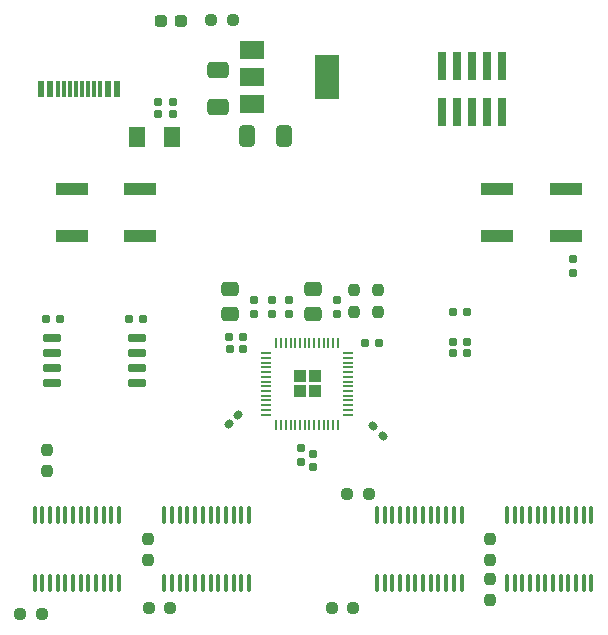
<source format=gtp>
G04 #@! TF.GenerationSoftware,KiCad,Pcbnew,6.0.11+dfsg-1~bpo11+1*
G04 #@! TF.CreationDate,2023-04-01T23:07:15-07:00*
G04 #@! TF.ProjectId,gbpunk,67627075-6e6b-42e6-9b69-6361645f7063,v4.0*
G04 #@! TF.SameCoordinates,Original*
G04 #@! TF.FileFunction,Paste,Top*
G04 #@! TF.FilePolarity,Positive*
%FSLAX46Y46*%
G04 Gerber Fmt 4.6, Leading zero omitted, Abs format (unit mm)*
G04 Created by KiCad (PCBNEW 6.0.11+dfsg-1~bpo11+1) date 2023-04-01 23:07:15*
%MOMM*%
%LPD*%
G01*
G04 APERTURE LIST*
G04 Aperture macros list*
%AMRoundRect*
0 Rectangle with rounded corners*
0 $1 Rounding radius*
0 $2 $3 $4 $5 $6 $7 $8 $9 X,Y pos of 4 corners*
0 Add a 4 corners polygon primitive as box body*
4,1,4,$2,$3,$4,$5,$6,$7,$8,$9,$2,$3,0*
0 Add four circle primitives for the rounded corners*
1,1,$1+$1,$2,$3*
1,1,$1+$1,$4,$5*
1,1,$1+$1,$6,$7*
1,1,$1+$1,$8,$9*
0 Add four rect primitives between the rounded corners*
20,1,$1+$1,$2,$3,$4,$5,0*
20,1,$1+$1,$4,$5,$6,$7,0*
20,1,$1+$1,$6,$7,$8,$9,0*
20,1,$1+$1,$8,$9,$2,$3,0*%
G04 Aperture macros list end*
%ADD10RoundRect,0.155000X0.155000X-0.212500X0.155000X0.212500X-0.155000X0.212500X-0.155000X-0.212500X0*%
%ADD11RoundRect,0.100000X0.100000X-0.637500X0.100000X0.637500X-0.100000X0.637500X-0.100000X-0.637500X0*%
%ADD12RoundRect,0.155000X0.040659X0.259862X-0.259862X-0.040659X-0.040659X-0.259862X0.259862X0.040659X0*%
%ADD13RoundRect,0.155000X-0.212500X-0.155000X0.212500X-0.155000X0.212500X0.155000X-0.212500X0.155000X0*%
%ADD14RoundRect,0.160000X0.197500X0.160000X-0.197500X0.160000X-0.197500X-0.160000X0.197500X-0.160000X0*%
%ADD15RoundRect,0.237500X-0.237500X0.250000X-0.237500X-0.250000X0.237500X-0.250000X0.237500X0.250000X0*%
%ADD16RoundRect,0.237500X0.250000X0.237500X-0.250000X0.237500X-0.250000X-0.237500X0.250000X-0.237500X0*%
%ADD17RoundRect,0.250000X-0.412500X-0.650000X0.412500X-0.650000X0.412500X0.650000X-0.412500X0.650000X0*%
%ADD18RoundRect,0.250000X0.475000X-0.337500X0.475000X0.337500X-0.475000X0.337500X-0.475000X-0.337500X0*%
%ADD19R,0.740000X2.400000*%
%ADD20R,2.750000X1.000000*%
%ADD21R,0.600000X1.450000*%
%ADD22R,0.300000X1.450000*%
%ADD23RoundRect,0.155000X0.212500X0.155000X-0.212500X0.155000X-0.212500X-0.155000X0.212500X-0.155000X0*%
%ADD24RoundRect,0.155000X-0.155000X0.212500X-0.155000X-0.212500X0.155000X-0.212500X0.155000X0.212500X0*%
%ADD25RoundRect,0.155000X-0.259862X0.040659X0.040659X-0.259862X0.259862X-0.040659X-0.040659X0.259862X0*%
%ADD26RoundRect,0.160000X-0.197500X-0.160000X0.197500X-0.160000X0.197500X0.160000X-0.197500X0.160000X0*%
%ADD27RoundRect,0.150000X-0.650000X-0.150000X0.650000X-0.150000X0.650000X0.150000X-0.650000X0.150000X0*%
%ADD28R,2.000000X1.500000*%
%ADD29R,2.000000X3.800000*%
%ADD30RoundRect,0.160000X-0.160000X0.197500X-0.160000X-0.197500X0.160000X-0.197500X0.160000X0.197500X0*%
%ADD31RoundRect,0.250000X-0.292217X-0.292217X0.292217X-0.292217X0.292217X0.292217X-0.292217X0.292217X0*%
%ADD32RoundRect,0.050000X-0.387500X-0.050000X0.387500X-0.050000X0.387500X0.050000X-0.387500X0.050000X0*%
%ADD33RoundRect,0.050000X-0.050000X-0.387500X0.050000X-0.387500X0.050000X0.387500X-0.050000X0.387500X0*%
%ADD34RoundRect,0.237500X0.287500X0.237500X-0.287500X0.237500X-0.287500X-0.237500X0.287500X-0.237500X0*%
%ADD35RoundRect,0.250001X0.462499X0.624999X-0.462499X0.624999X-0.462499X-0.624999X0.462499X-0.624999X0*%
%ADD36RoundRect,0.237500X-0.250000X-0.237500X0.250000X-0.237500X0.250000X0.237500X-0.250000X0.237500X0*%
%ADD37RoundRect,0.237500X0.237500X-0.250000X0.237500X0.250000X-0.237500X0.250000X-0.237500X-0.250000X0*%
%ADD38RoundRect,0.250000X-0.650000X0.412500X-0.650000X-0.412500X0.650000X-0.412500X0.650000X0.412500X0*%
G04 APERTURE END LIST*
D10*
X102040000Y-65067500D03*
X102040000Y-63932500D03*
X96500000Y-65067500D03*
X96500000Y-63932500D03*
D11*
X116425000Y-87862500D03*
X117075000Y-87862500D03*
X117725000Y-87862500D03*
X118375000Y-87862500D03*
X119025000Y-87862500D03*
X119675000Y-87862500D03*
X120325000Y-87862500D03*
X120975000Y-87862500D03*
X121625000Y-87862500D03*
X122275000Y-87862500D03*
X122925000Y-87862500D03*
X123575000Y-87862500D03*
X123575000Y-82137500D03*
X122925000Y-82137500D03*
X122275000Y-82137500D03*
X121625000Y-82137500D03*
X120975000Y-82137500D03*
X120325000Y-82137500D03*
X119675000Y-82137500D03*
X119025000Y-82137500D03*
X118375000Y-82137500D03*
X117725000Y-82137500D03*
X117075000Y-82137500D03*
X116425000Y-82137500D03*
D12*
X93681283Y-73628717D03*
X92878717Y-74431283D03*
D13*
X104432500Y-67500000D03*
X105567500Y-67500000D03*
X84432500Y-65500000D03*
X85567500Y-65500000D03*
D14*
X94060000Y-67000000D03*
X92865000Y-67000000D03*
D15*
X115000000Y-84087500D03*
X115000000Y-85912500D03*
D16*
X103412500Y-90000000D03*
X101587500Y-90000000D03*
D17*
X94437500Y-50000000D03*
X97562500Y-50000000D03*
D18*
X93000000Y-65037500D03*
X93000000Y-62962500D03*
D15*
X103500000Y-63087500D03*
X103500000Y-64912500D03*
D19*
X110960000Y-47950000D03*
X110960000Y-44050000D03*
X112230000Y-47950000D03*
X112230000Y-44050000D03*
X113500000Y-47950000D03*
X113500000Y-44050000D03*
X114770000Y-47950000D03*
X114770000Y-44050000D03*
X116040000Y-47950000D03*
X116040000Y-44050000D03*
D14*
X78597500Y-65500000D03*
X77402500Y-65500000D03*
D15*
X105500000Y-63087500D03*
X105500000Y-64912500D03*
D20*
X79620000Y-54500000D03*
X85380000Y-54500000D03*
X85380000Y-58500000D03*
X79620000Y-58500000D03*
D21*
X83430000Y-46065000D03*
X82630000Y-46065000D03*
D22*
X81430000Y-46065000D03*
X80430000Y-46065000D03*
X79930000Y-46065000D03*
X78930000Y-46065000D03*
D21*
X77730000Y-46065000D03*
X76930000Y-46065000D03*
X76930000Y-46065000D03*
X77730000Y-46065000D03*
D22*
X78430000Y-46065000D03*
X79430000Y-46065000D03*
X80930000Y-46065000D03*
X81930000Y-46065000D03*
D21*
X82630000Y-46065000D03*
X83430000Y-46065000D03*
D23*
X113027500Y-67410000D03*
X111892500Y-67410000D03*
D15*
X86000000Y-84087500D03*
X86000000Y-85912500D03*
D24*
X99000000Y-76432500D03*
X99000000Y-77567500D03*
D11*
X105425000Y-87862500D03*
X106075000Y-87862500D03*
X106725000Y-87862500D03*
X107375000Y-87862500D03*
X108025000Y-87862500D03*
X108675000Y-87862500D03*
X109325000Y-87862500D03*
X109975000Y-87862500D03*
X110625000Y-87862500D03*
X111275000Y-87862500D03*
X111925000Y-87862500D03*
X112575000Y-87862500D03*
X112575000Y-82137500D03*
X111925000Y-82137500D03*
X111275000Y-82137500D03*
X110625000Y-82137500D03*
X109975000Y-82137500D03*
X109325000Y-82137500D03*
X108675000Y-82137500D03*
X108025000Y-82137500D03*
X107375000Y-82137500D03*
X106725000Y-82137500D03*
X106075000Y-82137500D03*
X105425000Y-82137500D03*
D25*
X105098717Y-74598717D03*
X105901283Y-75401283D03*
D26*
X86912500Y-47100000D03*
X88107500Y-47100000D03*
X86912500Y-48130000D03*
X88107500Y-48130000D03*
D27*
X77900000Y-67095000D03*
X77900000Y-68365000D03*
X77900000Y-69635000D03*
X77900000Y-70905000D03*
X85100000Y-70905000D03*
X85100000Y-69635000D03*
X85100000Y-68365000D03*
X85100000Y-67095000D03*
D16*
X104722500Y-80360000D03*
X102897500Y-80360000D03*
D15*
X114990000Y-87497500D03*
X114990000Y-89322500D03*
D20*
X115620000Y-54500000D03*
X121380000Y-54500000D03*
X115620000Y-58500000D03*
X121380000Y-58500000D03*
D10*
X98000000Y-65067500D03*
X98000000Y-63932500D03*
D28*
X94850000Y-42700000D03*
X94850000Y-45000000D03*
D29*
X101150000Y-45000000D03*
D28*
X94850000Y-47300000D03*
D11*
X76425000Y-87862500D03*
X77075000Y-87862500D03*
X77725000Y-87862500D03*
X78375000Y-87862500D03*
X79025000Y-87862500D03*
X79675000Y-87862500D03*
X80325000Y-87862500D03*
X80975000Y-87862500D03*
X81625000Y-87862500D03*
X82275000Y-87862500D03*
X82925000Y-87862500D03*
X83575000Y-87862500D03*
X83575000Y-82137500D03*
X82925000Y-82137500D03*
X82275000Y-82137500D03*
X81625000Y-82137500D03*
X80975000Y-82137500D03*
X80325000Y-82137500D03*
X79675000Y-82137500D03*
X79025000Y-82137500D03*
X78375000Y-82137500D03*
X77725000Y-82137500D03*
X77075000Y-82137500D03*
X76425000Y-82137500D03*
D16*
X77040000Y-90500000D03*
X75215000Y-90500000D03*
D11*
X87425000Y-87862500D03*
X88075000Y-87862500D03*
X88725000Y-87862500D03*
X89375000Y-87862500D03*
X90025000Y-87862500D03*
X90675000Y-87862500D03*
X91325000Y-87862500D03*
X91975000Y-87862500D03*
X92625000Y-87862500D03*
X93275000Y-87862500D03*
X93925000Y-87862500D03*
X94575000Y-87862500D03*
X94575000Y-82137500D03*
X93925000Y-82137500D03*
X93275000Y-82137500D03*
X92625000Y-82137500D03*
X91975000Y-82137500D03*
X91325000Y-82137500D03*
X90675000Y-82137500D03*
X90025000Y-82137500D03*
X89375000Y-82137500D03*
X88725000Y-82137500D03*
X88075000Y-82137500D03*
X87425000Y-82137500D03*
D30*
X122000000Y-60402500D03*
X122000000Y-61597500D03*
D31*
X98862500Y-71637500D03*
X98862500Y-70362500D03*
X100137500Y-70362500D03*
X100137500Y-71637500D03*
D32*
X96062500Y-68400000D03*
X96062500Y-68800000D03*
X96062500Y-69200000D03*
X96062500Y-69600000D03*
X96062500Y-70000000D03*
X96062500Y-70400000D03*
X96062500Y-70800000D03*
X96062500Y-71200000D03*
X96062500Y-71600000D03*
X96062500Y-72000000D03*
X96062500Y-72400000D03*
X96062500Y-72800000D03*
X96062500Y-73200000D03*
X96062500Y-73600000D03*
D33*
X96900000Y-74437500D03*
X97300000Y-74437500D03*
X97700000Y-74437500D03*
X98100000Y-74437500D03*
X98500000Y-74437500D03*
X98900000Y-74437500D03*
X99300000Y-74437500D03*
X99700000Y-74437500D03*
X100100000Y-74437500D03*
X100500000Y-74437500D03*
X100900000Y-74437500D03*
X101300000Y-74437500D03*
X101700000Y-74437500D03*
X102100000Y-74437500D03*
D32*
X102937500Y-73600000D03*
X102937500Y-73200000D03*
X102937500Y-72800000D03*
X102937500Y-72400000D03*
X102937500Y-72000000D03*
X102937500Y-71600000D03*
X102937500Y-71200000D03*
X102937500Y-70800000D03*
X102937500Y-70400000D03*
X102937500Y-70000000D03*
X102937500Y-69600000D03*
X102937500Y-69200000D03*
X102937500Y-68800000D03*
X102937500Y-68400000D03*
D33*
X102100000Y-67562500D03*
X101700000Y-67562500D03*
X101300000Y-67562500D03*
X100900000Y-67562500D03*
X100500000Y-67562500D03*
X100100000Y-67562500D03*
X99700000Y-67562500D03*
X99300000Y-67562500D03*
X98900000Y-67562500D03*
X98500000Y-67562500D03*
X98100000Y-67562500D03*
X97700000Y-67562500D03*
X97300000Y-67562500D03*
X96900000Y-67562500D03*
D16*
X87912500Y-90000000D03*
X86087500Y-90000000D03*
D13*
X111892500Y-64910000D03*
X113027500Y-64910000D03*
D23*
X94067500Y-68000000D03*
X92932500Y-68000000D03*
D34*
X88845000Y-40240000D03*
X87095000Y-40240000D03*
D35*
X88077500Y-50070000D03*
X85102500Y-50070000D03*
D24*
X100000000Y-76932500D03*
X100000000Y-78067500D03*
D14*
X113057500Y-68410000D03*
X111862500Y-68410000D03*
D10*
X95000000Y-65067500D03*
X95000000Y-63932500D03*
D18*
X100000000Y-65037500D03*
X100000000Y-62962500D03*
D36*
X91402500Y-40200000D03*
X93227500Y-40200000D03*
D37*
X77500000Y-78412500D03*
X77500000Y-76587500D03*
D38*
X92000000Y-44437500D03*
X92000000Y-47562500D03*
M02*

</source>
